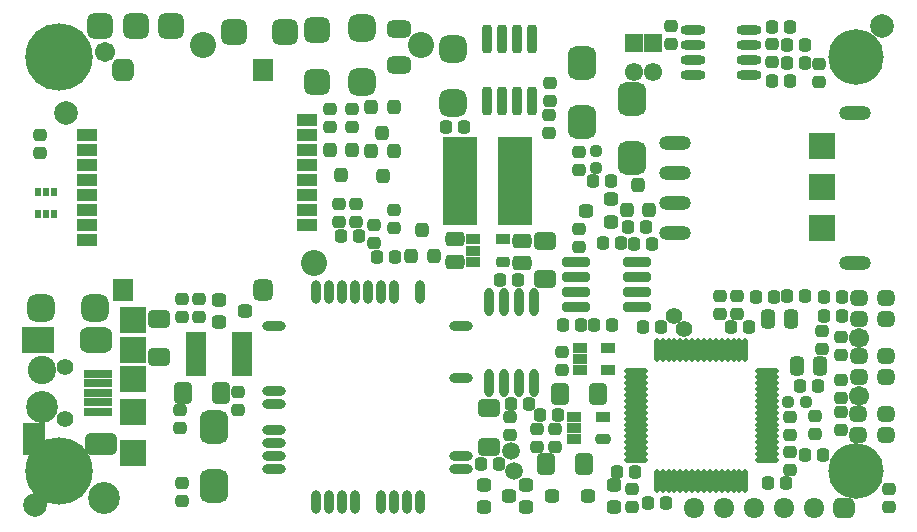
<source format=gts>
G04 Layer_Color=8388736*
%FSLAX44Y44*%
%MOMM*%
G71*
G01*
G75*
G04:AMPARAMS|DCode=83|XSize=2.8032mm|YSize=2.4032mm|CornerRadius=0.6516mm|HoleSize=0mm|Usage=FLASHONLY|Rotation=90.000|XOffset=0mm|YOffset=0mm|HoleType=Round|Shape=RoundedRectangle|*
%AMROUNDEDRECTD83*
21,1,2.8032,1.1000,0,0,90.0*
21,1,1.5000,2.4032,0,0,90.0*
1,1,1.3032,0.5500,0.7500*
1,1,1.3032,0.5500,-0.7500*
1,1,1.3032,-0.5500,-0.7500*
1,1,1.3032,-0.5500,0.7500*
%
%ADD83ROUNDEDRECTD83*%
%ADD84R,0.6032X0.7032*%
G04:AMPARAMS|DCode=85|XSize=1.0532mm|YSize=1.1032mm|CornerRadius=0.3141mm|HoleSize=0mm|Usage=FLASHONLY|Rotation=270.000|XOffset=0mm|YOffset=0mm|HoleType=Round|Shape=RoundedRectangle|*
%AMROUNDEDRECTD85*
21,1,1.0532,0.4750,0,0,270.0*
21,1,0.4250,1.1032,0,0,270.0*
1,1,0.6282,-0.2375,-0.2125*
1,1,0.6282,-0.2375,0.2125*
1,1,0.6282,0.2375,0.2125*
1,1,0.6282,0.2375,-0.2125*
%
%ADD85ROUNDEDRECTD85*%
%ADD86R,1.7032X3.8032*%
G04:AMPARAMS|DCode=87|XSize=1.0532mm|YSize=1.1032mm|CornerRadius=0.3141mm|HoleSize=0mm|Usage=FLASHONLY|Rotation=0.000|XOffset=0mm|YOffset=0mm|HoleType=Round|Shape=RoundedRectangle|*
%AMROUNDEDRECTD87*
21,1,1.0532,0.4750,0,0,0.0*
21,1,0.4250,1.1032,0,0,0.0*
1,1,0.6282,0.2125,-0.2375*
1,1,0.6282,-0.2125,-0.2375*
1,1,0.6282,-0.2125,0.2375*
1,1,0.6282,0.2125,0.2375*
%
%ADD87ROUNDEDRECTD87*%
G04:AMPARAMS|DCode=88|XSize=1.1632mm|YSize=1.2232mm|CornerRadius=0.3416mm|HoleSize=0mm|Usage=FLASHONLY|Rotation=270.000|XOffset=0mm|YOffset=0mm|HoleType=Round|Shape=RoundedRectangle|*
%AMROUNDEDRECTD88*
21,1,1.1632,0.5400,0,0,270.0*
21,1,0.4800,1.2232,0,0,270.0*
1,1,0.6832,-0.2700,-0.2400*
1,1,0.6832,-0.2700,0.2400*
1,1,0.6832,0.2700,0.2400*
1,1,0.6832,0.2700,-0.2400*
%
%ADD88ROUNDEDRECTD88*%
%ADD89C,2.0000*%
G04:AMPARAMS|DCode=90|XSize=1.2372mm|YSize=1.6232mm|CornerRadius=0.3601mm|HoleSize=0mm|Usage=FLASHONLY|Rotation=180.000|XOffset=0mm|YOffset=0mm|HoleType=Round|Shape=RoundedRectangle|*
%AMROUNDEDRECTD90*
21,1,1.2372,0.9030,0,0,180.0*
21,1,0.5170,1.6232,0,0,180.0*
1,1,0.7202,-0.2585,0.4515*
1,1,0.7202,0.2585,0.4515*
1,1,0.7202,0.2585,-0.4515*
1,1,0.7202,-0.2585,-0.4515*
%
%ADD90ROUNDEDRECTD90*%
G04:AMPARAMS|DCode=91|XSize=1.2372mm|YSize=1.6232mm|CornerRadius=0.3601mm|HoleSize=0mm|Usage=FLASHONLY|Rotation=90.000|XOffset=0mm|YOffset=0mm|HoleType=Round|Shape=RoundedRectangle|*
%AMROUNDEDRECTD91*
21,1,1.2372,0.9030,0,0,90.0*
21,1,0.5170,1.6232,0,0,90.0*
1,1,0.7202,0.4515,0.2585*
1,1,0.7202,0.4515,-0.2585*
1,1,0.7202,-0.4515,-0.2585*
1,1,0.7202,-0.4515,0.2585*
%
%ADD91ROUNDEDRECTD91*%
G04:AMPARAMS|DCode=92|XSize=1.4532mm|YSize=2.0432mm|CornerRadius=0.4141mm|HoleSize=0mm|Usage=FLASHONLY|Rotation=90.000|XOffset=0mm|YOffset=0mm|HoleType=Round|Shape=RoundedRectangle|*
%AMROUNDEDRECTD92*
21,1,1.4532,1.2150,0,0,90.0*
21,1,0.6250,2.0432,0,0,90.0*
1,1,0.8282,0.6075,0.3125*
1,1,0.8282,0.6075,-0.3125*
1,1,0.8282,-0.6075,-0.3125*
1,1,0.8282,-0.6075,0.3125*
%
%ADD92ROUNDEDRECTD92*%
%ADD93O,0.8032X2.0032*%
%ADD94O,2.0032X0.8032*%
%ADD95R,1.3032X0.8532*%
G04:AMPARAMS|DCode=96|XSize=0.8532mm|YSize=1.3032mm|CornerRadius=0.2641mm|HoleSize=0mm|Usage=FLASHONLY|Rotation=90.000|XOffset=0mm|YOffset=0mm|HoleType=Round|Shape=RoundedRectangle|*
%AMROUNDEDRECTD96*
21,1,0.8532,0.7750,0,0,90.0*
21,1,0.3250,1.3032,0,0,90.0*
1,1,0.5282,0.3875,0.1625*
1,1,0.5282,0.3875,-0.1625*
1,1,0.5282,-0.3875,-0.1625*
1,1,0.5282,-0.3875,0.1625*
%
%ADD96ROUNDEDRECTD96*%
G04:AMPARAMS|DCode=97|XSize=2.4032mm|YSize=0.8032mm|CornerRadius=0.2516mm|HoleSize=0mm|Usage=FLASHONLY|Rotation=90.000|XOffset=0mm|YOffset=0mm|HoleType=Round|Shape=RoundedRectangle|*
%AMROUNDEDRECTD97*
21,1,2.4032,0.3000,0,0,90.0*
21,1,1.9000,0.8032,0,0,90.0*
1,1,0.5032,0.1500,0.9500*
1,1,0.5032,0.1500,-0.9500*
1,1,0.5032,-0.1500,-0.9500*
1,1,0.5032,-0.1500,0.9500*
%
%ADD97ROUNDEDRECTD97*%
G04:AMPARAMS|DCode=98|XSize=2.4032mm|YSize=0.8032mm|CornerRadius=0.2516mm|HoleSize=0mm|Usage=FLASHONLY|Rotation=90.000|XOffset=0mm|YOffset=0mm|HoleType=Round|Shape=RoundedRectangle|*
%AMROUNDEDRECTD98*
21,1,2.4032,0.3000,0,0,90.0*
21,1,1.9000,0.8032,0,0,90.0*
1,1,0.5032,0.1500,0.9500*
1,1,0.5032,0.1500,-0.9500*
1,1,0.5032,-0.1500,-0.9500*
1,1,0.5032,-0.1500,0.9500*
%
%ADD98ROUNDEDRECTD98*%
G04:AMPARAMS|DCode=99|XSize=2.4032mm|YSize=0.8032mm|CornerRadius=0.2516mm|HoleSize=0mm|Usage=FLASHONLY|Rotation=0.000|XOffset=0mm|YOffset=0mm|HoleType=Round|Shape=RoundedRectangle|*
%AMROUNDEDRECTD99*
21,1,2.4032,0.3000,0,0,0.0*
21,1,1.9000,0.8032,0,0,0.0*
1,1,0.5032,0.9500,-0.1500*
1,1,0.5032,-0.9500,-0.1500*
1,1,0.5032,-0.9500,0.1500*
1,1,0.5032,0.9500,0.1500*
%
%ADD99ROUNDEDRECTD99*%
G04:AMPARAMS|DCode=100|XSize=2.4032mm|YSize=0.8032mm|CornerRadius=0.2516mm|HoleSize=0mm|Usage=FLASHONLY|Rotation=0.000|XOffset=0mm|YOffset=0mm|HoleType=Round|Shape=RoundedRectangle|*
%AMROUNDEDRECTD100*
21,1,2.4032,0.3000,0,0,0.0*
21,1,1.9000,0.8032,0,0,0.0*
1,1,0.5032,0.9500,-0.1500*
1,1,0.5032,-0.9500,-0.1500*
1,1,0.5032,-0.9500,0.1500*
1,1,0.5032,0.9500,0.1500*
%
%ADD100ROUNDEDRECTD100*%
%ADD101O,2.1032X0.8032*%
G04:AMPARAMS|DCode=102|XSize=1.0032mm|YSize=0.9532mm|CornerRadius=0.2891mm|HoleSize=0mm|Usage=FLASHONLY|Rotation=180.000|XOffset=0mm|YOffset=0mm|HoleType=Round|Shape=RoundedRectangle|*
%AMROUNDEDRECTD102*
21,1,1.0032,0.3750,0,0,180.0*
21,1,0.4250,0.9532,0,0,180.0*
1,1,0.5782,-0.2125,0.1875*
1,1,0.5782,0.2125,0.1875*
1,1,0.5782,0.2125,-0.1875*
1,1,0.5782,-0.2125,-0.1875*
%
%ADD102ROUNDEDRECTD102*%
G04:AMPARAMS|DCode=103|XSize=1.0032mm|YSize=0.9532mm|CornerRadius=0.2891mm|HoleSize=0mm|Usage=FLASHONLY|Rotation=90.000|XOffset=0mm|YOffset=0mm|HoleType=Round|Shape=RoundedRectangle|*
%AMROUNDEDRECTD103*
21,1,1.0032,0.3750,0,0,90.0*
21,1,0.4250,0.9532,0,0,90.0*
1,1,0.5782,0.1875,0.2125*
1,1,0.5782,0.1875,-0.2125*
1,1,0.5782,-0.1875,-0.2125*
1,1,0.5782,-0.1875,0.2125*
%
%ADD103ROUNDEDRECTD103*%
%ADD104R,2.8532X7.5032*%
%ADD105O,2.0032X0.5032*%
%ADD106O,0.5032X2.0032*%
G04:AMPARAMS|DCode=107|XSize=1.5832mm|YSize=1.8832mm|CornerRadius=0.4466mm|HoleSize=0mm|Usage=FLASHONLY|Rotation=90.000|XOffset=0mm|YOffset=0mm|HoleType=Round|Shape=RoundedRectangle|*
%AMROUNDEDRECTD107*
21,1,1.5832,0.9900,0,0,90.0*
21,1,0.6900,1.8832,0,0,90.0*
1,1,0.8932,0.4950,0.3450*
1,1,0.8932,0.4950,-0.3450*
1,1,0.8932,-0.4950,-0.3450*
1,1,0.8932,-0.4950,0.3450*
%
%ADD107ROUNDEDRECTD107*%
G04:AMPARAMS|DCode=108|XSize=1.4532mm|YSize=1.3032mm|CornerRadius=0.3766mm|HoleSize=0mm|Usage=FLASHONLY|Rotation=0.000|XOffset=0mm|YOffset=0mm|HoleType=Round|Shape=RoundedRectangle|*
%AMROUNDEDRECTD108*
21,1,1.4532,0.5500,0,0,0.0*
21,1,0.7000,1.3032,0,0,0.0*
1,1,0.7532,0.3500,-0.2750*
1,1,0.7532,-0.3500,-0.2750*
1,1,0.7532,-0.3500,0.2750*
1,1,0.7532,0.3500,0.2750*
%
%ADD108ROUNDEDRECTD108*%
G04:AMPARAMS|DCode=109|XSize=2.2032mm|YSize=2.2032mm|CornerRadius=0.6016mm|HoleSize=0mm|Usage=FLASHONLY|Rotation=270.000|XOffset=0mm|YOffset=0mm|HoleType=Round|Shape=RoundedRectangle|*
%AMROUNDEDRECTD109*
21,1,2.2032,1.0000,0,0,270.0*
21,1,1.0000,2.2032,0,0,270.0*
1,1,1.2032,-0.5000,-0.5000*
1,1,1.2032,-0.5000,0.5000*
1,1,1.2032,0.5000,0.5000*
1,1,1.2032,0.5000,-0.5000*
%
%ADD109ROUNDEDRECTD109*%
G04:AMPARAMS|DCode=110|XSize=2.3032mm|YSize=2.3032mm|CornerRadius=0.6266mm|HoleSize=0mm|Usage=FLASHONLY|Rotation=90.000|XOffset=0mm|YOffset=0mm|HoleType=Round|Shape=RoundedRectangle|*
%AMROUNDEDRECTD110*
21,1,2.3032,1.0500,0,0,90.0*
21,1,1.0500,2.3032,0,0,90.0*
1,1,1.2532,0.5250,0.5250*
1,1,1.2532,0.5250,-0.5250*
1,1,1.2532,-0.5250,-0.5250*
1,1,1.2532,-0.5250,0.5250*
%
%ADD110ROUNDEDRECTD110*%
G04:AMPARAMS|DCode=111|XSize=2.2032mm|YSize=2.2032mm|CornerRadius=0.6016mm|HoleSize=0mm|Usage=FLASHONLY|Rotation=0.000|XOffset=0mm|YOffset=0mm|HoleType=Round|Shape=RoundedRectangle|*
%AMROUNDEDRECTD111*
21,1,2.2032,1.0000,0,0,0.0*
21,1,1.0000,2.2032,0,0,0.0*
1,1,1.2032,0.5000,-0.5000*
1,1,1.2032,-0.5000,-0.5000*
1,1,1.2032,-0.5000,0.5000*
1,1,1.2032,0.5000,0.5000*
%
%ADD111ROUNDEDRECTD111*%
G04:AMPARAMS|DCode=112|XSize=1.5832mm|YSize=1.8832mm|CornerRadius=0.4466mm|HoleSize=0mm|Usage=FLASHONLY|Rotation=0.000|XOffset=0mm|YOffset=0mm|HoleType=Round|Shape=RoundedRectangle|*
%AMROUNDEDRECTD112*
21,1,1.5832,0.9900,0,0,0.0*
21,1,0.6900,1.8832,0,0,0.0*
1,1,0.8932,0.3450,-0.4950*
1,1,0.8932,-0.3450,-0.4950*
1,1,0.8932,-0.3450,0.4950*
1,1,0.8932,0.3450,0.4950*
%
%ADD112ROUNDEDRECTD112*%
G04:AMPARAMS|DCode=113|XSize=1.1632mm|YSize=1.2232mm|CornerRadius=0.3416mm|HoleSize=0mm|Usage=FLASHONLY|Rotation=180.000|XOffset=0mm|YOffset=0mm|HoleType=Round|Shape=RoundedRectangle|*
%AMROUNDEDRECTD113*
21,1,1.1632,0.5400,0,0,180.0*
21,1,0.4800,1.2232,0,0,180.0*
1,1,0.6832,-0.2400,0.2700*
1,1,0.6832,0.2400,0.2700*
1,1,0.6832,0.2400,-0.2700*
1,1,0.6832,-0.2400,-0.2700*
%
%ADD113ROUNDEDRECTD113*%
%ADD114R,1.7032X1.0032*%
G04:AMPARAMS|DCode=115|XSize=1.8032mm|YSize=1.7032mm|CornerRadius=0.4766mm|HoleSize=0mm|Usage=FLASHONLY|Rotation=270.000|XOffset=0mm|YOffset=0mm|HoleType=Round|Shape=RoundedRectangle|*
%AMROUNDEDRECTD115*
21,1,1.8032,0.7500,0,0,270.0*
21,1,0.8500,1.7032,0,0,270.0*
1,1,0.9532,-0.3750,-0.4250*
1,1,0.9532,-0.3750,0.4250*
1,1,0.9532,0.3750,0.4250*
1,1,0.9532,0.3750,-0.4250*
%
%ADD115ROUNDEDRECTD115*%
%ADD116R,1.8032X1.9032*%
G04:AMPARAMS|DCode=117|XSize=1.9032mm|YSize=1.8032mm|CornerRadius=0.5016mm|HoleSize=0mm|Usage=FLASHONLY|Rotation=270.000|XOffset=0mm|YOffset=0mm|HoleType=Round|Shape=RoundedRectangle|*
%AMROUNDEDRECTD117*
21,1,1.9032,0.8000,0,0,270.0*
21,1,0.9000,1.8032,0,0,270.0*
1,1,1.0032,-0.4000,-0.4500*
1,1,1.0032,-0.4000,0.4500*
1,1,1.0032,0.4000,0.4500*
1,1,1.0032,0.4000,-0.4500*
%
%ADD117ROUNDEDRECTD117*%
%ADD118R,1.1938X0.8890*%
G04:AMPARAMS|DCode=119|XSize=1.1938mm|YSize=0.889mm|CornerRadius=0.2731mm|HoleSize=0mm|Usage=FLASHONLY|Rotation=0.000|XOffset=0mm|YOffset=0mm|HoleType=Round|Shape=RoundedRectangle|*
%AMROUNDEDRECTD119*
21,1,1.1938,0.3429,0,0,0.0*
21,1,0.6477,0.8890,0,0,0.0*
1,1,0.5461,0.3239,-0.1714*
1,1,0.5461,-0.3239,-0.1714*
1,1,0.5461,-0.3239,0.1714*
1,1,0.5461,0.3239,0.1714*
%
%ADD119ROUNDEDRECTD119*%
%ADD120R,2.4532X0.7032*%
%ADD121R,1.9032X2.7432*%
G04:AMPARAMS|DCode=122|XSize=1.9032mm|YSize=2.7432mm|CornerRadius=0.5266mm|HoleSize=0mm|Usage=FLASHONLY|Rotation=90.000|XOffset=0mm|YOffset=0mm|HoleType=Round|Shape=RoundedRectangle|*
%AMROUNDEDRECTD122*
21,1,1.9032,1.6900,0,0,90.0*
21,1,0.8500,2.7432,0,0,90.0*
1,1,1.0532,0.8450,0.4250*
1,1,1.0532,0.8450,-0.4250*
1,1,1.0532,-0.8450,-0.4250*
1,1,1.0532,-0.8450,0.4250*
%
%ADD122ROUNDEDRECTD122*%
%ADD123R,2.7432X2.2352*%
G04:AMPARAMS|DCode=124|XSize=2.2352mm|YSize=2.7432mm|CornerRadius=0.7112mm|HoleSize=0mm|Usage=FLASHONLY|Rotation=270.000|XOffset=0mm|YOffset=0mm|HoleType=Round|Shape=RoundedRectangle|*
%AMROUNDEDRECTD124*
21,1,2.2352,1.3208,0,0,270.0*
21,1,0.8128,2.7432,0,0,270.0*
1,1,1.4224,-0.6604,-0.4064*
1,1,1.4224,-0.6604,0.4064*
1,1,1.4224,0.6604,0.4064*
1,1,1.4224,0.6604,-0.4064*
%
%ADD124ROUNDEDRECTD124*%
%ADD125O,0.8032X2.4032*%
%ADD126O,2.7032X1.2032*%
G04:AMPARAMS|DCode=127|XSize=2.3032mm|YSize=2.3032mm|CornerRadius=0.6266mm|HoleSize=0mm|Usage=FLASHONLY|Rotation=0.000|XOffset=0mm|YOffset=0mm|HoleType=Round|Shape=RoundedRectangle|*
%AMROUNDEDRECTD127*
21,1,2.3032,1.0500,0,0,0.0*
21,1,1.0500,2.3032,0,0,0.0*
1,1,1.2532,0.5250,-0.5250*
1,1,1.2532,-0.5250,-0.5250*
1,1,1.2532,-0.5250,0.5250*
1,1,1.2532,0.5250,0.5250*
%
%ADD127ROUNDEDRECTD127*%
%ADD128C,1.4032*%
%ADD129C,2.7032*%
%ADD130C,2.4032*%
%ADD131R,2.2032X2.2032*%
%ADD132R,2.2032X2.2032*%
%ADD133C,1.7032*%
%ADD134R,1.5532X1.5532*%
%ADD135C,1.5532*%
%ADD136C,2.2032*%
%ADD137C,1.5032*%
G04:AMPARAMS|DCode=138|XSize=1.8032mm|YSize=1.7032mm|CornerRadius=0.4766mm|HoleSize=0mm|Usage=FLASHONLY|Rotation=180.000|XOffset=0mm|YOffset=0mm|HoleType=Round|Shape=RoundedRectangle|*
%AMROUNDEDRECTD138*
21,1,1.8032,0.7500,0,0,180.0*
21,1,0.8500,1.7032,0,0,180.0*
1,1,0.9532,-0.4250,0.3750*
1,1,0.9532,0.4250,0.3750*
1,1,0.9532,0.4250,-0.3750*
1,1,0.9532,-0.4250,-0.3750*
%
%ADD138ROUNDEDRECTD138*%
%ADD139O,1.8032X1.7032*%
%ADD140C,4.7032*%
%ADD141C,5.7032*%
D83*
X161750Y82000D02*
D03*
Y32000D02*
D03*
X472750Y340250D02*
D03*
Y390250D02*
D03*
X515000Y310000D02*
D03*
Y360000D02*
D03*
D84*
X25500Y262000D02*
D03*
X19000D02*
D03*
X12500D02*
D03*
Y281000D02*
D03*
X19000D02*
D03*
X25500D02*
D03*
D85*
X14000Y314130D02*
D03*
Y329370D02*
D03*
X456000Y145120D02*
D03*
Y129880D02*
D03*
X259750Y335630D02*
D03*
Y350870D02*
D03*
X181750Y95880D02*
D03*
Y111120D02*
D03*
X134000Y34370D02*
D03*
Y19130D02*
D03*
Y189870D02*
D03*
Y174630D02*
D03*
X692250Y121370D02*
D03*
Y106130D02*
D03*
X692000Y142880D02*
D03*
Y158120D02*
D03*
X604000Y177630D02*
D03*
Y192870D02*
D03*
X648750Y75380D02*
D03*
Y90620D02*
D03*
X278250Y335630D02*
D03*
Y350870D02*
D03*
X282000Y255880D02*
D03*
Y271120D02*
D03*
X267500Y255630D02*
D03*
Y270870D02*
D03*
X296500Y237630D02*
D03*
Y252870D02*
D03*
X411750Y74880D02*
D03*
Y90120D02*
D03*
X148750Y174630D02*
D03*
Y189870D02*
D03*
X649000Y45630D02*
D03*
Y60870D02*
D03*
X470000Y249870D02*
D03*
Y234630D02*
D03*
X675750Y162870D02*
D03*
Y147630D02*
D03*
X692250Y94370D02*
D03*
Y79130D02*
D03*
X732500Y14380D02*
D03*
Y29620D02*
D03*
X589500Y192870D02*
D03*
Y177630D02*
D03*
X445500Y358130D02*
D03*
Y373370D02*
D03*
X445250Y330880D02*
D03*
Y346120D02*
D03*
X670000Y90870D02*
D03*
Y75630D02*
D03*
X548500Y421620D02*
D03*
Y406380D02*
D03*
X450500Y80620D02*
D03*
Y65380D02*
D03*
X515500Y14130D02*
D03*
Y29370D02*
D03*
X673500Y373630D02*
D03*
Y388870D02*
D03*
X434500Y80620D02*
D03*
Y65380D02*
D03*
X633870Y406370D02*
D03*
Y391130D02*
D03*
X132500Y95870D02*
D03*
Y80630D02*
D03*
X313750Y250130D02*
D03*
Y265370D02*
D03*
X470279Y299878D02*
D03*
Y315118D02*
D03*
D86*
X184750Y143750D02*
D03*
X145750D02*
D03*
D87*
X490630Y238000D02*
D03*
X505870D02*
D03*
X672370Y116750D02*
D03*
X657130D02*
D03*
X677370Y58000D02*
D03*
X662130D02*
D03*
X403880Y206000D02*
D03*
X419120D02*
D03*
X532370Y236750D02*
D03*
X517130D02*
D03*
X502380Y44000D02*
D03*
X517620D02*
D03*
X614620Y166750D02*
D03*
X599380D02*
D03*
X645370Y34750D02*
D03*
X630130D02*
D03*
X540120Y166250D02*
D03*
X524880D02*
D03*
X372870Y336000D02*
D03*
X357630D02*
D03*
X314620Y226250D02*
D03*
X299380D02*
D03*
X284370Y243250D02*
D03*
X269130D02*
D03*
X527370Y251250D02*
D03*
X512130D02*
D03*
X387380Y50500D02*
D03*
X402620D02*
D03*
X498370Y168250D02*
D03*
X483130D02*
D03*
X412630Y101500D02*
D03*
X427870D02*
D03*
X456880Y168250D02*
D03*
X472120D02*
D03*
X692870Y175500D02*
D03*
X677630D02*
D03*
X692870Y192250D02*
D03*
X677630D02*
D03*
X635120Y192250D02*
D03*
X619880D02*
D03*
X661370Y192500D02*
D03*
X646130D02*
D03*
X529130Y17750D02*
D03*
X544370D02*
D03*
X452620Y92000D02*
D03*
X437380D02*
D03*
X649120Y420250D02*
D03*
X633880D02*
D03*
Y375000D02*
D03*
X649120D02*
D03*
X646250Y405250D02*
D03*
X661490D02*
D03*
X646250Y390250D02*
D03*
X661490D02*
D03*
X497120Y290000D02*
D03*
X481880D02*
D03*
D88*
X425705Y13975D02*
D03*
X447295Y23500D02*
D03*
X425705Y33025D02*
D03*
X389955Y13975D02*
D03*
X411545Y23500D02*
D03*
X389955Y33025D02*
D03*
X165955Y170725D02*
D03*
X187545Y180250D02*
D03*
X165955Y189775D02*
D03*
X499795Y33025D02*
D03*
X478205Y23500D02*
D03*
X499795Y13975D02*
D03*
X497795Y255475D02*
D03*
X476205Y265000D02*
D03*
X497795Y274525D02*
D03*
D89*
X727250Y421750D02*
D03*
X35750Y348000D02*
D03*
X9750Y16000D02*
D03*
D90*
X674275Y133750D02*
D03*
X655225D02*
D03*
X630725Y173750D02*
D03*
X649775D02*
D03*
D91*
X365250Y221975D02*
D03*
Y241025D02*
D03*
X422000Y220475D02*
D03*
Y239525D02*
D03*
D92*
X318250Y388760D02*
D03*
Y419240D02*
D03*
D93*
X335625Y18000D02*
D03*
X324625D02*
D03*
X313625D02*
D03*
X302625D02*
D03*
X280625D02*
D03*
X269625D02*
D03*
X258625D02*
D03*
X247625D02*
D03*
X247625Y196000D02*
D03*
X258625D02*
D03*
X269625D02*
D03*
X280625D02*
D03*
X291625D02*
D03*
X302625D02*
D03*
X313625D02*
D03*
X335625D02*
D03*
D94*
X212125Y46500D02*
D03*
Y57500D02*
D03*
Y68500D02*
D03*
Y79500D02*
D03*
Y101500D02*
D03*
Y112500D02*
D03*
Y167500D02*
D03*
X370875D02*
D03*
Y123500D02*
D03*
Y57500D02*
D03*
Y46500D02*
D03*
D95*
X490500Y90750D02*
D03*
X466500Y71750D02*
D03*
Y81250D02*
D03*
Y90750D02*
D03*
X495250Y148750D02*
D03*
Y129750D02*
D03*
X471250D02*
D03*
Y139250D02*
D03*
Y148750D02*
D03*
D96*
X490500Y71750D02*
D03*
D97*
X404900Y358250D02*
D03*
X417600D02*
D03*
X430300D02*
D03*
X392200Y410250D02*
D03*
X404900D02*
D03*
X417600D02*
D03*
X430300D02*
D03*
D98*
X392200Y358250D02*
D03*
D99*
X467500Y208850D02*
D03*
Y196150D02*
D03*
Y183450D02*
D03*
X519500Y221550D02*
D03*
Y208850D02*
D03*
Y196150D02*
D03*
Y183450D02*
D03*
D100*
X467500Y221550D02*
D03*
D101*
X567000Y418050D02*
D03*
Y405350D02*
D03*
Y392650D02*
D03*
Y379950D02*
D03*
X614000Y418050D02*
D03*
Y405350D02*
D03*
Y392650D02*
D03*
Y379950D02*
D03*
D102*
X485000Y315750D02*
D03*
Y301250D02*
D03*
D103*
X662250Y103000D02*
D03*
X647750D02*
D03*
D104*
X369750Y290500D02*
D03*
X416250D02*
D03*
D105*
X629250Y54000D02*
D03*
Y59000D02*
D03*
Y64000D02*
D03*
Y69000D02*
D03*
Y74000D02*
D03*
Y79000D02*
D03*
Y84000D02*
D03*
Y89000D02*
D03*
Y94000D02*
D03*
Y99000D02*
D03*
Y104000D02*
D03*
Y109000D02*
D03*
Y114000D02*
D03*
Y119000D02*
D03*
Y124000D02*
D03*
Y129000D02*
D03*
X518250D02*
D03*
Y124000D02*
D03*
Y119000D02*
D03*
Y114000D02*
D03*
Y109000D02*
D03*
Y104000D02*
D03*
Y99000D02*
D03*
Y94000D02*
D03*
Y89000D02*
D03*
Y84000D02*
D03*
Y79000D02*
D03*
Y74000D02*
D03*
Y69000D02*
D03*
Y64000D02*
D03*
Y59000D02*
D03*
Y54000D02*
D03*
D106*
X611250Y147000D02*
D03*
X606250D02*
D03*
X601250D02*
D03*
X596250D02*
D03*
X591250D02*
D03*
X586250D02*
D03*
X581250D02*
D03*
X576250D02*
D03*
X571250D02*
D03*
X566250D02*
D03*
X561250D02*
D03*
X556250D02*
D03*
X551250D02*
D03*
X546250D02*
D03*
X541250D02*
D03*
X536250D02*
D03*
Y36000D02*
D03*
X541250D02*
D03*
X546250D02*
D03*
X551250D02*
D03*
X556250D02*
D03*
X561250D02*
D03*
X566250D02*
D03*
X571250D02*
D03*
X576250D02*
D03*
X581250D02*
D03*
X586250D02*
D03*
X591250D02*
D03*
X596250D02*
D03*
X601250D02*
D03*
X606250D02*
D03*
X611250D02*
D03*
D107*
X394500Y97692D02*
D03*
Y65307D02*
D03*
X442000Y207307D02*
D03*
Y239692D02*
D03*
X115000Y173692D02*
D03*
Y141307D02*
D03*
D108*
X730750Y124000D02*
D03*
X707250D02*
D03*
X730750Y142000D02*
D03*
X707250D02*
D03*
X730750Y173000D02*
D03*
X707250D02*
D03*
X730000Y92750D02*
D03*
X706500D02*
D03*
X730750Y191000D02*
D03*
X707250D02*
D03*
X706500Y75000D02*
D03*
X730000D02*
D03*
D109*
X248750Y374250D02*
D03*
Y417750D02*
D03*
D110*
X286500Y419970D02*
D03*
Y374250D02*
D03*
X363500Y401970D02*
D03*
Y356250D02*
D03*
D111*
X221500Y416500D02*
D03*
X178000D02*
D03*
X65000Y421000D02*
D03*
X95000D02*
D03*
X125000D02*
D03*
D112*
X474943Y50500D02*
D03*
X442557D02*
D03*
X486442Y109750D02*
D03*
X454058D02*
D03*
X135057Y110500D02*
D03*
X167442D02*
D03*
D113*
X294475Y352545D02*
D03*
X304000Y330955D02*
D03*
X313525Y352545D02*
D03*
X294725Y315795D02*
D03*
X304250Y294205D02*
D03*
X313775Y315795D02*
D03*
X259225Y316545D02*
D03*
X268750Y294955D02*
D03*
X278275Y316545D02*
D03*
X347275Y226705D02*
D03*
X337750Y248295D02*
D03*
X328225Y226705D02*
D03*
X530025Y265455D02*
D03*
X520500Y287045D02*
D03*
X510975Y265455D02*
D03*
D114*
X239950Y329350D02*
D03*
Y303950D02*
D03*
Y278550D02*
D03*
Y253150D02*
D03*
Y342050D02*
D03*
Y316650D02*
D03*
Y291250D02*
D03*
Y265850D02*
D03*
X54050Y316650D02*
D03*
Y291250D02*
D03*
Y265850D02*
D03*
Y240450D02*
D03*
Y329350D02*
D03*
Y303950D02*
D03*
Y278550D02*
D03*
Y253150D02*
D03*
D115*
X202500Y198250D02*
D03*
D116*
X84500D02*
D03*
X202500Y384250D02*
D03*
D117*
X84500D02*
D03*
D118*
X406400Y240750D02*
D03*
X381000D02*
D03*
Y231250D02*
D03*
Y221751D02*
D03*
D119*
X406400D02*
D03*
D120*
X62750Y102750D02*
D03*
Y94750D02*
D03*
Y118750D02*
D03*
Y126750D02*
D03*
Y110750D02*
D03*
D121*
X8600Y71380D02*
D03*
D122*
X65750Y67570D02*
D03*
D123*
X12410Y155200D02*
D03*
D124*
X61500Y155250D02*
D03*
D125*
X394450Y119500D02*
D03*
X407150Y119500D02*
D03*
X419850D02*
D03*
X432550Y119500D02*
D03*
X394450Y187500D02*
D03*
X407150D02*
D03*
X419850D02*
D03*
X432550D02*
D03*
D126*
X552050Y322100D02*
D03*
Y296700D02*
D03*
Y271300D02*
D03*
X551796Y245900D02*
D03*
X704450Y220500D02*
D03*
Y347500D02*
D03*
D127*
X60220Y183000D02*
D03*
X14500D02*
D03*
D128*
X550750Y176250D02*
D03*
X559500Y164500D02*
D03*
X35500Y132750D02*
D03*
Y88750D02*
D03*
D129*
X16000Y99000D02*
D03*
X68000Y21500D02*
D03*
D130*
X15750Y129750D02*
D03*
D131*
X676250Y320000D02*
D03*
Y285000D02*
D03*
X92500Y95000D02*
D03*
Y60000D02*
D03*
Y147500D02*
D03*
Y172500D02*
D03*
D132*
X676250Y250000D02*
D03*
X92500Y122500D02*
D03*
D133*
X69000Y399000D02*
D03*
X707750Y108500D02*
D03*
Y157500D02*
D03*
D134*
X532750Y407250D02*
D03*
X516750D02*
D03*
D135*
X532750Y382250D02*
D03*
X516750Y382250D02*
D03*
D136*
X336750Y405000D02*
D03*
X152250Y405250D02*
D03*
X245750Y220500D02*
D03*
D137*
X415500Y44250D02*
D03*
X413250Y61500D02*
D03*
D138*
X694500Y13500D02*
D03*
D139*
X669100D02*
D03*
X643700D02*
D03*
X618300D02*
D03*
X592900D02*
D03*
X567500D02*
D03*
D140*
X705000Y45000D02*
D03*
Y395000D02*
D03*
D141*
X30000D02*
D03*
Y45000D02*
D03*
M02*

</source>
